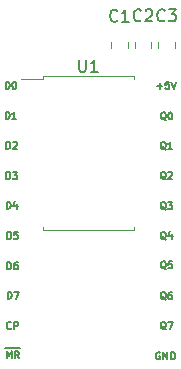
<source format=gbr>
G04 #@! TF.GenerationSoftware,KiCad,Pcbnew,(5.1.5)-3*
G04 #@! TF.CreationDate,2020-06-22T22:14:50-04:00*
G04 #@! TF.ProjectId,74X273 Simplified pinout,37345832-3733-4205-9369-6d706c696669,rev?*
G04 #@! TF.SameCoordinates,Original*
G04 #@! TF.FileFunction,Legend,Top*
G04 #@! TF.FilePolarity,Positive*
%FSLAX46Y46*%
G04 Gerber Fmt 4.6, Leading zero omitted, Abs format (unit mm)*
G04 Created by KiCad (PCBNEW (5.1.5)-3) date 2020-06-22 22:14:50*
%MOMM*%
%LPD*%
G04 APERTURE LIST*
%ADD10C,0.150000*%
%ADD11C,0.120000*%
G04 APERTURE END LIST*
D10*
X164542857Y-100100000D02*
X164485714Y-100071428D01*
X164400000Y-100071428D01*
X164314285Y-100100000D01*
X164257142Y-100157142D01*
X164228571Y-100214285D01*
X164200000Y-100328571D01*
X164200000Y-100414285D01*
X164228571Y-100528571D01*
X164257142Y-100585714D01*
X164314285Y-100642857D01*
X164400000Y-100671428D01*
X164457142Y-100671428D01*
X164542857Y-100642857D01*
X164571428Y-100614285D01*
X164571428Y-100414285D01*
X164457142Y-100414285D01*
X164828571Y-100671428D02*
X164828571Y-100071428D01*
X165171428Y-100671428D01*
X165171428Y-100071428D01*
X165457142Y-100671428D02*
X165457142Y-100071428D01*
X165600000Y-100071428D01*
X165685714Y-100100000D01*
X165742857Y-100157142D01*
X165771428Y-100214285D01*
X165800000Y-100328571D01*
X165800000Y-100414285D01*
X165771428Y-100528571D01*
X165742857Y-100585714D01*
X165685714Y-100642857D01*
X165600000Y-100671428D01*
X165457142Y-100671428D01*
X165042857Y-98128571D02*
X164985714Y-98100000D01*
X164928571Y-98042857D01*
X164842857Y-97957142D01*
X164785714Y-97928571D01*
X164728571Y-97928571D01*
X164757142Y-98071428D02*
X164700000Y-98042857D01*
X164642857Y-97985714D01*
X164614285Y-97871428D01*
X164614285Y-97671428D01*
X164642857Y-97557142D01*
X164700000Y-97500000D01*
X164757142Y-97471428D01*
X164871428Y-97471428D01*
X164928571Y-97500000D01*
X164985714Y-97557142D01*
X165014285Y-97671428D01*
X165014285Y-97871428D01*
X164985714Y-97985714D01*
X164928571Y-98042857D01*
X164871428Y-98071428D01*
X164757142Y-98071428D01*
X165214285Y-97471428D02*
X165614285Y-97471428D01*
X165357142Y-98071428D01*
X165042857Y-95628571D02*
X164985714Y-95600000D01*
X164928571Y-95542857D01*
X164842857Y-95457142D01*
X164785714Y-95428571D01*
X164728571Y-95428571D01*
X164757142Y-95571428D02*
X164700000Y-95542857D01*
X164642857Y-95485714D01*
X164614285Y-95371428D01*
X164614285Y-95171428D01*
X164642857Y-95057142D01*
X164700000Y-95000000D01*
X164757142Y-94971428D01*
X164871428Y-94971428D01*
X164928571Y-95000000D01*
X164985714Y-95057142D01*
X165014285Y-95171428D01*
X165014285Y-95371428D01*
X164985714Y-95485714D01*
X164928571Y-95542857D01*
X164871428Y-95571428D01*
X164757142Y-95571428D01*
X165528571Y-94971428D02*
X165414285Y-94971428D01*
X165357142Y-95000000D01*
X165328571Y-95028571D01*
X165271428Y-95114285D01*
X165242857Y-95228571D01*
X165242857Y-95457142D01*
X165271428Y-95514285D01*
X165300000Y-95542857D01*
X165357142Y-95571428D01*
X165471428Y-95571428D01*
X165528571Y-95542857D01*
X165557142Y-95514285D01*
X165585714Y-95457142D01*
X165585714Y-95314285D01*
X165557142Y-95257142D01*
X165528571Y-95228571D01*
X165471428Y-95200000D01*
X165357142Y-95200000D01*
X165300000Y-95228571D01*
X165271428Y-95257142D01*
X165242857Y-95314285D01*
X165042857Y-93028571D02*
X164985714Y-93000000D01*
X164928571Y-92942857D01*
X164842857Y-92857142D01*
X164785714Y-92828571D01*
X164728571Y-92828571D01*
X164757142Y-92971428D02*
X164700000Y-92942857D01*
X164642857Y-92885714D01*
X164614285Y-92771428D01*
X164614285Y-92571428D01*
X164642857Y-92457142D01*
X164700000Y-92400000D01*
X164757142Y-92371428D01*
X164871428Y-92371428D01*
X164928571Y-92400000D01*
X164985714Y-92457142D01*
X165014285Y-92571428D01*
X165014285Y-92771428D01*
X164985714Y-92885714D01*
X164928571Y-92942857D01*
X164871428Y-92971428D01*
X164757142Y-92971428D01*
X165557142Y-92371428D02*
X165271428Y-92371428D01*
X165242857Y-92657142D01*
X165271428Y-92628571D01*
X165328571Y-92600000D01*
X165471428Y-92600000D01*
X165528571Y-92628571D01*
X165557142Y-92657142D01*
X165585714Y-92714285D01*
X165585714Y-92857142D01*
X165557142Y-92914285D01*
X165528571Y-92942857D01*
X165471428Y-92971428D01*
X165328571Y-92971428D01*
X165271428Y-92942857D01*
X165242857Y-92914285D01*
X165042857Y-90528571D02*
X164985714Y-90500000D01*
X164928571Y-90442857D01*
X164842857Y-90357142D01*
X164785714Y-90328571D01*
X164728571Y-90328571D01*
X164757142Y-90471428D02*
X164700000Y-90442857D01*
X164642857Y-90385714D01*
X164614285Y-90271428D01*
X164614285Y-90071428D01*
X164642857Y-89957142D01*
X164700000Y-89900000D01*
X164757142Y-89871428D01*
X164871428Y-89871428D01*
X164928571Y-89900000D01*
X164985714Y-89957142D01*
X165014285Y-90071428D01*
X165014285Y-90271428D01*
X164985714Y-90385714D01*
X164928571Y-90442857D01*
X164871428Y-90471428D01*
X164757142Y-90471428D01*
X165528571Y-90071428D02*
X165528571Y-90471428D01*
X165385714Y-89842857D02*
X165242857Y-90271428D01*
X165614285Y-90271428D01*
X165042857Y-88008571D02*
X164985714Y-87980000D01*
X164928571Y-87922857D01*
X164842857Y-87837142D01*
X164785714Y-87808571D01*
X164728571Y-87808571D01*
X164757142Y-87951428D02*
X164700000Y-87922857D01*
X164642857Y-87865714D01*
X164614285Y-87751428D01*
X164614285Y-87551428D01*
X164642857Y-87437142D01*
X164700000Y-87380000D01*
X164757142Y-87351428D01*
X164871428Y-87351428D01*
X164928571Y-87380000D01*
X164985714Y-87437142D01*
X165014285Y-87551428D01*
X165014285Y-87751428D01*
X164985714Y-87865714D01*
X164928571Y-87922857D01*
X164871428Y-87951428D01*
X164757142Y-87951428D01*
X165214285Y-87351428D02*
X165585714Y-87351428D01*
X165385714Y-87580000D01*
X165471428Y-87580000D01*
X165528571Y-87608571D01*
X165557142Y-87637142D01*
X165585714Y-87694285D01*
X165585714Y-87837142D01*
X165557142Y-87894285D01*
X165528571Y-87922857D01*
X165471428Y-87951428D01*
X165300000Y-87951428D01*
X165242857Y-87922857D01*
X165214285Y-87894285D01*
X165042857Y-85428571D02*
X164985714Y-85400000D01*
X164928571Y-85342857D01*
X164842857Y-85257142D01*
X164785714Y-85228571D01*
X164728571Y-85228571D01*
X164757142Y-85371428D02*
X164700000Y-85342857D01*
X164642857Y-85285714D01*
X164614285Y-85171428D01*
X164614285Y-84971428D01*
X164642857Y-84857142D01*
X164700000Y-84800000D01*
X164757142Y-84771428D01*
X164871428Y-84771428D01*
X164928571Y-84800000D01*
X164985714Y-84857142D01*
X165014285Y-84971428D01*
X165014285Y-85171428D01*
X164985714Y-85285714D01*
X164928571Y-85342857D01*
X164871428Y-85371428D01*
X164757142Y-85371428D01*
X165242857Y-84828571D02*
X165271428Y-84800000D01*
X165328571Y-84771428D01*
X165471428Y-84771428D01*
X165528571Y-84800000D01*
X165557142Y-84828571D01*
X165585714Y-84885714D01*
X165585714Y-84942857D01*
X165557142Y-85028571D01*
X165214285Y-85371428D01*
X165585714Y-85371428D01*
X165042857Y-82908571D02*
X164985714Y-82880000D01*
X164928571Y-82822857D01*
X164842857Y-82737142D01*
X164785714Y-82708571D01*
X164728571Y-82708571D01*
X164757142Y-82851428D02*
X164700000Y-82822857D01*
X164642857Y-82765714D01*
X164614285Y-82651428D01*
X164614285Y-82451428D01*
X164642857Y-82337142D01*
X164700000Y-82280000D01*
X164757142Y-82251428D01*
X164871428Y-82251428D01*
X164928571Y-82280000D01*
X164985714Y-82337142D01*
X165014285Y-82451428D01*
X165014285Y-82651428D01*
X164985714Y-82765714D01*
X164928571Y-82822857D01*
X164871428Y-82851428D01*
X164757142Y-82851428D01*
X165585714Y-82851428D02*
X165242857Y-82851428D01*
X165414285Y-82851428D02*
X165414285Y-82251428D01*
X165357142Y-82337142D01*
X165300000Y-82394285D01*
X165242857Y-82422857D01*
X165042857Y-80408571D02*
X164985714Y-80380000D01*
X164928571Y-80322857D01*
X164842857Y-80237142D01*
X164785714Y-80208571D01*
X164728571Y-80208571D01*
X164757142Y-80351428D02*
X164700000Y-80322857D01*
X164642857Y-80265714D01*
X164614285Y-80151428D01*
X164614285Y-79951428D01*
X164642857Y-79837142D01*
X164700000Y-79780000D01*
X164757142Y-79751428D01*
X164871428Y-79751428D01*
X164928571Y-79780000D01*
X164985714Y-79837142D01*
X165014285Y-79951428D01*
X165014285Y-80151428D01*
X164985714Y-80265714D01*
X164928571Y-80322857D01*
X164871428Y-80351428D01*
X164757142Y-80351428D01*
X165385714Y-79751428D02*
X165442857Y-79751428D01*
X165500000Y-79780000D01*
X165528571Y-79808571D01*
X165557142Y-79865714D01*
X165585714Y-79980000D01*
X165585714Y-80122857D01*
X165557142Y-80237142D01*
X165528571Y-80294285D01*
X165500000Y-80322857D01*
X165442857Y-80351428D01*
X165385714Y-80351428D01*
X165328571Y-80322857D01*
X165300000Y-80294285D01*
X165271428Y-80237142D01*
X165242857Y-80122857D01*
X165242857Y-79980000D01*
X165271428Y-79865714D01*
X165300000Y-79808571D01*
X165328571Y-79780000D01*
X165385714Y-79751428D01*
X164268571Y-77542857D02*
X164725714Y-77542857D01*
X164497142Y-77771428D02*
X164497142Y-77314285D01*
X165297142Y-77171428D02*
X165011428Y-77171428D01*
X164982857Y-77457142D01*
X165011428Y-77428571D01*
X165068571Y-77400000D01*
X165211428Y-77400000D01*
X165268571Y-77428571D01*
X165297142Y-77457142D01*
X165325714Y-77514285D01*
X165325714Y-77657142D01*
X165297142Y-77714285D01*
X165268571Y-77742857D01*
X165211428Y-77771428D01*
X165068571Y-77771428D01*
X165011428Y-77742857D01*
X164982857Y-77714285D01*
X165497142Y-77171428D02*
X165697142Y-77771428D01*
X165897142Y-77171428D01*
X151432142Y-99698000D02*
X152117857Y-99698000D01*
X151575000Y-100596428D02*
X151575000Y-99996428D01*
X151775000Y-100425000D01*
X151975000Y-99996428D01*
X151975000Y-100596428D01*
X152117857Y-99698000D02*
X152717857Y-99698000D01*
X152603571Y-100596428D02*
X152403571Y-100310714D01*
X152260714Y-100596428D02*
X152260714Y-99996428D01*
X152489285Y-99996428D01*
X152546428Y-100025000D01*
X152575000Y-100053571D01*
X152603571Y-100110714D01*
X152603571Y-100196428D01*
X152575000Y-100253571D01*
X152546428Y-100282142D01*
X152489285Y-100310714D01*
X152260714Y-100310714D01*
X151935714Y-98039285D02*
X151907142Y-98067857D01*
X151821428Y-98096428D01*
X151764285Y-98096428D01*
X151678571Y-98067857D01*
X151621428Y-98010714D01*
X151592857Y-97953571D01*
X151564285Y-97839285D01*
X151564285Y-97753571D01*
X151592857Y-97639285D01*
X151621428Y-97582142D01*
X151678571Y-97525000D01*
X151764285Y-97496428D01*
X151821428Y-97496428D01*
X151907142Y-97525000D01*
X151935714Y-97553571D01*
X152192857Y-98096428D02*
X152192857Y-97496428D01*
X152421428Y-97496428D01*
X152478571Y-97525000D01*
X152507142Y-97553571D01*
X152535714Y-97610714D01*
X152535714Y-97696428D01*
X152507142Y-97753571D01*
X152478571Y-97782142D01*
X152421428Y-97810714D01*
X152192857Y-97810714D01*
X151632142Y-95546428D02*
X151632142Y-94946428D01*
X151775000Y-94946428D01*
X151860714Y-94975000D01*
X151917857Y-95032142D01*
X151946428Y-95089285D01*
X151975000Y-95203571D01*
X151975000Y-95289285D01*
X151946428Y-95403571D01*
X151917857Y-95460714D01*
X151860714Y-95517857D01*
X151775000Y-95546428D01*
X151632142Y-95546428D01*
X152175000Y-94946428D02*
X152575000Y-94946428D01*
X152317857Y-95546428D01*
X151617142Y-93051428D02*
X151617142Y-92451428D01*
X151760000Y-92451428D01*
X151845714Y-92480000D01*
X151902857Y-92537142D01*
X151931428Y-92594285D01*
X151960000Y-92708571D01*
X151960000Y-92794285D01*
X151931428Y-92908571D01*
X151902857Y-92965714D01*
X151845714Y-93022857D01*
X151760000Y-93051428D01*
X151617142Y-93051428D01*
X152474285Y-92451428D02*
X152360000Y-92451428D01*
X152302857Y-92480000D01*
X152274285Y-92508571D01*
X152217142Y-92594285D01*
X152188571Y-92708571D01*
X152188571Y-92937142D01*
X152217142Y-92994285D01*
X152245714Y-93022857D01*
X152302857Y-93051428D01*
X152417142Y-93051428D01*
X152474285Y-93022857D01*
X152502857Y-92994285D01*
X152531428Y-92937142D01*
X152531428Y-92794285D01*
X152502857Y-92737142D01*
X152474285Y-92708571D01*
X152417142Y-92680000D01*
X152302857Y-92680000D01*
X152245714Y-92708571D01*
X152217142Y-92737142D01*
X152188571Y-92794285D01*
X151607142Y-90471428D02*
X151607142Y-89871428D01*
X151750000Y-89871428D01*
X151835714Y-89900000D01*
X151892857Y-89957142D01*
X151921428Y-90014285D01*
X151950000Y-90128571D01*
X151950000Y-90214285D01*
X151921428Y-90328571D01*
X151892857Y-90385714D01*
X151835714Y-90442857D01*
X151750000Y-90471428D01*
X151607142Y-90471428D01*
X152492857Y-89871428D02*
X152207142Y-89871428D01*
X152178571Y-90157142D01*
X152207142Y-90128571D01*
X152264285Y-90100000D01*
X152407142Y-90100000D01*
X152464285Y-90128571D01*
X152492857Y-90157142D01*
X152521428Y-90214285D01*
X152521428Y-90357142D01*
X152492857Y-90414285D01*
X152464285Y-90442857D01*
X152407142Y-90471428D01*
X152264285Y-90471428D01*
X152207142Y-90442857D01*
X152178571Y-90414285D01*
X151557142Y-87921428D02*
X151557142Y-87321428D01*
X151700000Y-87321428D01*
X151785714Y-87350000D01*
X151842857Y-87407142D01*
X151871428Y-87464285D01*
X151900000Y-87578571D01*
X151900000Y-87664285D01*
X151871428Y-87778571D01*
X151842857Y-87835714D01*
X151785714Y-87892857D01*
X151700000Y-87921428D01*
X151557142Y-87921428D01*
X152414285Y-87521428D02*
X152414285Y-87921428D01*
X152271428Y-87292857D02*
X152128571Y-87721428D01*
X152500000Y-87721428D01*
X151532142Y-85396428D02*
X151532142Y-84796428D01*
X151675000Y-84796428D01*
X151760714Y-84825000D01*
X151817857Y-84882142D01*
X151846428Y-84939285D01*
X151875000Y-85053571D01*
X151875000Y-85139285D01*
X151846428Y-85253571D01*
X151817857Y-85310714D01*
X151760714Y-85367857D01*
X151675000Y-85396428D01*
X151532142Y-85396428D01*
X152075000Y-84796428D02*
X152446428Y-84796428D01*
X152246428Y-85025000D01*
X152332142Y-85025000D01*
X152389285Y-85053571D01*
X152417857Y-85082142D01*
X152446428Y-85139285D01*
X152446428Y-85282142D01*
X152417857Y-85339285D01*
X152389285Y-85367857D01*
X152332142Y-85396428D01*
X152160714Y-85396428D01*
X152103571Y-85367857D01*
X152075000Y-85339285D01*
X151517142Y-82841428D02*
X151517142Y-82241428D01*
X151660000Y-82241428D01*
X151745714Y-82270000D01*
X151802857Y-82327142D01*
X151831428Y-82384285D01*
X151860000Y-82498571D01*
X151860000Y-82584285D01*
X151831428Y-82698571D01*
X151802857Y-82755714D01*
X151745714Y-82812857D01*
X151660000Y-82841428D01*
X151517142Y-82841428D01*
X152088571Y-82298571D02*
X152117142Y-82270000D01*
X152174285Y-82241428D01*
X152317142Y-82241428D01*
X152374285Y-82270000D01*
X152402857Y-82298571D01*
X152431428Y-82355714D01*
X152431428Y-82412857D01*
X152402857Y-82498571D01*
X152060000Y-82841428D01*
X152431428Y-82841428D01*
X151457142Y-80311428D02*
X151457142Y-79711428D01*
X151600000Y-79711428D01*
X151685714Y-79740000D01*
X151742857Y-79797142D01*
X151771428Y-79854285D01*
X151800000Y-79968571D01*
X151800000Y-80054285D01*
X151771428Y-80168571D01*
X151742857Y-80225714D01*
X151685714Y-80282857D01*
X151600000Y-80311428D01*
X151457142Y-80311428D01*
X152371428Y-80311428D02*
X152028571Y-80311428D01*
X152200000Y-80311428D02*
X152200000Y-79711428D01*
X152142857Y-79797142D01*
X152085714Y-79854285D01*
X152028571Y-79882857D01*
X151457142Y-77771428D02*
X151457142Y-77171428D01*
X151600000Y-77171428D01*
X151685714Y-77200000D01*
X151742857Y-77257142D01*
X151771428Y-77314285D01*
X151800000Y-77428571D01*
X151800000Y-77514285D01*
X151771428Y-77628571D01*
X151742857Y-77685714D01*
X151685714Y-77742857D01*
X151600000Y-77771428D01*
X151457142Y-77771428D01*
X152171428Y-77171428D02*
X152228571Y-77171428D01*
X152285714Y-77200000D01*
X152314285Y-77228571D01*
X152342857Y-77285714D01*
X152371428Y-77400000D01*
X152371428Y-77542857D01*
X152342857Y-77657142D01*
X152314285Y-77714285D01*
X152285714Y-77742857D01*
X152228571Y-77771428D01*
X152171428Y-77771428D01*
X152114285Y-77742857D01*
X152085714Y-77714285D01*
X152057142Y-77657142D01*
X152028571Y-77542857D01*
X152028571Y-77400000D01*
X152057142Y-77285714D01*
X152085714Y-77228571D01*
X152114285Y-77200000D01*
X152171428Y-77171428D01*
D11*
X164390000Y-73813748D02*
X164390000Y-74336252D01*
X165810000Y-73813748D02*
X165810000Y-74336252D01*
X162390000Y-73813748D02*
X162390000Y-74336252D01*
X163810000Y-73813748D02*
X163810000Y-74336252D01*
X160390000Y-73813748D02*
X160390000Y-74336252D01*
X161810000Y-73813748D02*
X161810000Y-74336252D01*
X154590000Y-76940000D02*
X152775000Y-76940000D01*
X154590000Y-76705000D02*
X154590000Y-76940000D01*
X158450000Y-76705000D02*
X154590000Y-76705000D01*
X162310000Y-76705000D02*
X162310000Y-76940000D01*
X158450000Y-76705000D02*
X162310000Y-76705000D01*
X154590000Y-89725000D02*
X154590000Y-89490000D01*
X158450000Y-89725000D02*
X154590000Y-89725000D01*
X162310000Y-89725000D02*
X162310000Y-89490000D01*
X158450000Y-89725000D02*
X162310000Y-89725000D01*
D10*
X164933333Y-71957142D02*
X164885714Y-72004761D01*
X164742857Y-72052380D01*
X164647619Y-72052380D01*
X164504761Y-72004761D01*
X164409523Y-71909523D01*
X164361904Y-71814285D01*
X164314285Y-71623809D01*
X164314285Y-71480952D01*
X164361904Y-71290476D01*
X164409523Y-71195238D01*
X164504761Y-71100000D01*
X164647619Y-71052380D01*
X164742857Y-71052380D01*
X164885714Y-71100000D01*
X164933333Y-71147619D01*
X165266666Y-71052380D02*
X165885714Y-71052380D01*
X165552380Y-71433333D01*
X165695238Y-71433333D01*
X165790476Y-71480952D01*
X165838095Y-71528571D01*
X165885714Y-71623809D01*
X165885714Y-71861904D01*
X165838095Y-71957142D01*
X165790476Y-72004761D01*
X165695238Y-72052380D01*
X165409523Y-72052380D01*
X165314285Y-72004761D01*
X165266666Y-71957142D01*
X162933333Y-71957142D02*
X162885714Y-72004761D01*
X162742857Y-72052380D01*
X162647619Y-72052380D01*
X162504761Y-72004761D01*
X162409523Y-71909523D01*
X162361904Y-71814285D01*
X162314285Y-71623809D01*
X162314285Y-71480952D01*
X162361904Y-71290476D01*
X162409523Y-71195238D01*
X162504761Y-71100000D01*
X162647619Y-71052380D01*
X162742857Y-71052380D01*
X162885714Y-71100000D01*
X162933333Y-71147619D01*
X163314285Y-71147619D02*
X163361904Y-71100000D01*
X163457142Y-71052380D01*
X163695238Y-71052380D01*
X163790476Y-71100000D01*
X163838095Y-71147619D01*
X163885714Y-71242857D01*
X163885714Y-71338095D01*
X163838095Y-71480952D01*
X163266666Y-72052380D01*
X163885714Y-72052380D01*
X160933333Y-71982142D02*
X160885714Y-72029761D01*
X160742857Y-72077380D01*
X160647619Y-72077380D01*
X160504761Y-72029761D01*
X160409523Y-71934523D01*
X160361904Y-71839285D01*
X160314285Y-71648809D01*
X160314285Y-71505952D01*
X160361904Y-71315476D01*
X160409523Y-71220238D01*
X160504761Y-71125000D01*
X160647619Y-71077380D01*
X160742857Y-71077380D01*
X160885714Y-71125000D01*
X160933333Y-71172619D01*
X161885714Y-72077380D02*
X161314285Y-72077380D01*
X161600000Y-72077380D02*
X161600000Y-71077380D01*
X161504761Y-71220238D01*
X161409523Y-71315476D01*
X161314285Y-71363095D01*
X157688095Y-75317380D02*
X157688095Y-76126904D01*
X157735714Y-76222142D01*
X157783333Y-76269761D01*
X157878571Y-76317380D01*
X158069047Y-76317380D01*
X158164285Y-76269761D01*
X158211904Y-76222142D01*
X158259523Y-76126904D01*
X158259523Y-75317380D01*
X159259523Y-76317380D02*
X158688095Y-76317380D01*
X158973809Y-76317380D02*
X158973809Y-75317380D01*
X158878571Y-75460238D01*
X158783333Y-75555476D01*
X158688095Y-75603095D01*
M02*

</source>
